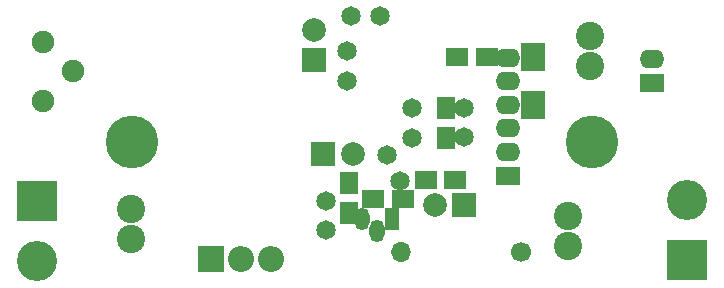
<source format=gbr>
G04 #@! TF.GenerationSoftware,KiCad,Pcbnew,5.1.5+dfsg1-2build2*
G04 #@! TF.CreationDate,2022-05-23T14:10:18+02:00*
G04 #@! TF.ProjectId,wy__cznik zmierzchowy wersja II,77794205-637a-46e6-996b-207a6d696572,rev?*
G04 #@! TF.SameCoordinates,Original*
G04 #@! TF.FileFunction,Soldermask,Bot*
G04 #@! TF.FilePolarity,Negative*
%FSLAX46Y46*%
G04 Gerber Fmt 4.6, Leading zero omitted, Abs format (unit mm)*
G04 Created by KiCad (PCBNEW 5.1.5+dfsg1-2build2) date 2022-05-23 14:10:18*
%MOMM*%
%LPD*%
G04 APERTURE LIST*
%ADD10C,1.650000*%
%ADD11R,2.000000X2.000000*%
%ADD12C,2.000000*%
%ADD13R,2.100000X1.600000*%
%ADD14O,2.100000X1.600000*%
%ADD15C,1.700000*%
%ADD16O,1.700000X1.700000*%
%ADD17R,2.100000X2.400000*%
%ADD18C,1.900000*%
%ADD19O,1.300000X1.900000*%
%ADD20R,1.300000X1.900000*%
%ADD21R,3.400000X3.400000*%
%ADD22C,3.400000*%
%ADD23R,2.200000X2.200000*%
%ADD24O,2.200000X2.200000*%
%ADD25R,1.650000X1.900000*%
%ADD26R,1.900000X1.650000*%
%ADD27C,2.400000*%
%ADD28C,4.464000*%
G04 APERTURE END LIST*
D10*
X57150000Y-23114000D03*
X57150000Y-25614000D03*
D11*
X45212000Y-27051000D03*
D12*
X47712000Y-27051000D03*
D10*
X45466000Y-30988000D03*
X45466000Y-33488000D03*
X51689000Y-29337000D03*
X50632454Y-27071231D03*
X52705000Y-25654000D03*
X52705000Y-23154000D03*
D11*
X57150000Y-31369000D03*
D12*
X54650000Y-31369000D03*
D10*
X47200000Y-20800000D03*
X47200000Y-18300000D03*
D11*
X44450000Y-19050000D03*
D12*
X44450000Y-16550000D03*
D10*
X50038000Y-15367000D03*
X47538000Y-15367000D03*
D13*
X73000000Y-21000000D03*
D14*
X73000000Y-19000000D03*
D15*
X61976000Y-35306000D03*
D16*
X51816000Y-35306000D03*
D17*
X62992000Y-22828000D03*
X62992000Y-18828000D03*
D18*
X24000000Y-20000000D03*
X21500000Y-22500000D03*
X21500000Y-17500000D03*
D19*
X49800000Y-33500000D03*
X48514000Y-32512000D03*
D20*
X51054000Y-32512000D03*
D21*
X21000000Y-31000000D03*
D22*
X21000000Y-36080000D03*
D21*
X76000000Y-36000000D03*
D22*
X76000000Y-30920000D03*
D23*
X35687000Y-35941000D03*
D24*
X38227000Y-35941000D03*
X40767000Y-35941000D03*
D13*
X60813000Y-28852000D03*
D14*
X60813000Y-26852000D03*
X60813000Y-24852000D03*
X60813000Y-22852000D03*
X60813000Y-20852000D03*
X60813000Y-18852000D03*
D25*
X47371000Y-29484000D03*
X47371000Y-31984000D03*
X55626000Y-25634000D03*
X55626000Y-23134000D03*
D26*
X49423000Y-30861000D03*
X51923000Y-30861000D03*
X53868000Y-29210000D03*
X56368000Y-29210000D03*
X59035000Y-18796000D03*
X56535000Y-18796000D03*
D27*
X67818000Y-19558000D03*
X67818000Y-17018000D03*
X65900000Y-34800000D03*
X65900000Y-32260000D03*
X28900000Y-34200000D03*
X28900000Y-31660000D03*
D28*
X29000000Y-26000000D03*
X68000000Y-26000000D03*
M02*

</source>
